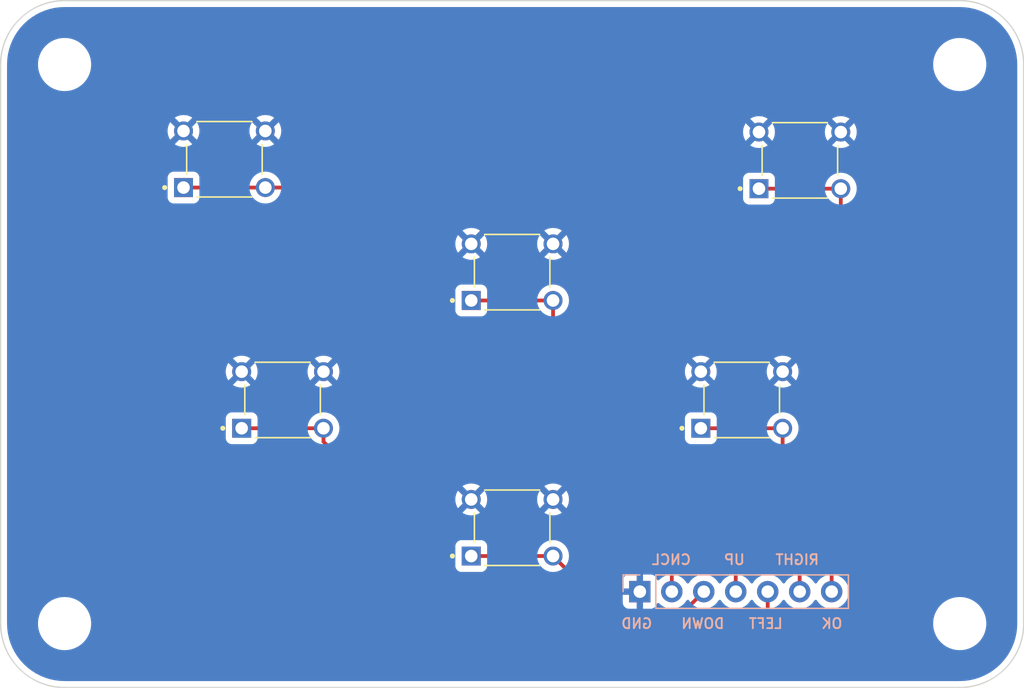
<source format=kicad_pcb>
(kicad_pcb (version 20211014) (generator pcbnew)
  (layers (0 "F.Cu" signal) (31 "B.Cu" mixed) (34 "B.Paste" user) (35 "F.Paste" user) (36 "B.SilkS" user "B.Silkscreen") (37 "F.SilkS" user "F.Silkscreen") (38 "B.Mask" user) (39 "F.Mask" user) (44 "Edge.Cuts" user))
  (net 0 "")
  (net 1 "GND")
  (net 2 "Net-(J1-Pad2)")
  (net 3 "Net-(J1-Pad3)")
  (net 4 "Net-(J1-Pad4)")
  (net 5 "Net-(J1-Pad5)")
  (net 6 "Net-(J1-Pad6)")
  (net 7 "Net-(J1-Pad7)")
  (footprint "TL1105:SW_TL1105DF160Q" (layer "F.Cu") (at 175.26 86.36)
    (fp_text reference "S3" hide)
    (fp_text value "BTN_UP" hide)
    (fp_line (start -2.1825 3) (end 2.1825 3) (layer "F.SilkS") (width 0.127))
    (fp_line (start 3 -1.1825) (end 3 1.1825) (layer "F.SilkS") (width 0.127))
    (fp_line (start -2.1825 -3) (end 2.1825 -3) (layer "F.SilkS") (width 0.127))
    (fp_line (start -3 -1.1825) (end -3 1.1825) (layer "F.SilkS") (width 0.127))
    (fp_circle (center -4.75 2.25) (end -4.65 2.25) (layer "F.SilkS") (width 0.2) (fill none))
    (pad "1" thru_hole rect (at -3.25 2.25) (size 1.508 1.508) (drill 1) (layers *.Cu *.Mask) (net 4 "Net-(J1-Pad4)"))
    (pad "2" thru_hole circle (at 3.25 2.25) (size 1.508 1.508) (drill 1) (layers *.Cu *.Mask) (net 4 "Net-(J1-Pad4)"))
    (pad "3" thru_hole circle (at -3.25 -2.25) (size 1.508 1.508) (drill 1) (layers *.Cu *.Mask) (net 1 "GND"))
    (pad "4" thru_hole circle (at 3.25 -2.25) (size 1.508 1.508) (drill 1) (layers *.Cu *.Mask) (net 1 "GND"))
  )
  (footprint "MountingHole:MountingHole_3.2mm_M3" (layer "F.Cu") (at 210.82 69.85)
    (fp_text reference "H4" hide)
    (fp_text value "MountingHole" hide)
    (pad "" np_thru_hole circle (at 0 0) (size 3.2 3.2) (drill 3.2) (layers *.Cu *.Mask))
  )
  (footprint "TL1105:SW_TL1105DF160Q" (layer "F.Cu") (at 152.4 77.3825)
    (fp_text reference "S1" hide)
    (fp_text value "BTN_CNCL" hide)
    (fp_line (start 3 -1.1825) (end 3 1.1825) (layer "F.SilkS") (width 0.127))
    (fp_line (start -3 -1.1825) (end -3 1.1825) (layer "F.SilkS") (width 0.127))
    (fp_line (start -2.1825 -3) (end 2.1825 -3) (layer "F.SilkS") (width 0.127))
    (fp_line (start -2.1825 3) (end 2.1825 3) (layer "F.SilkS") (width 0.127))
    (fp_circle (center -4.75 2.25) (end -4.65 2.25) (layer "F.SilkS") (width 0.2) (fill none))
    (pad "1" thru_hole rect (at -3.25 2.25) (size 1.508 1.508) (drill 1) (layers *.Cu *.Mask) (net 2 "Net-(J1-Pad2)"))
    (pad "2" thru_hole circle (at 3.25 2.25) (size 1.508 1.508) (drill 1) (layers *.Cu *.Mask) (net 2 "Net-(J1-Pad2)"))
    (pad "3" thru_hole circle (at -3.25 -2.25) (size 1.508 1.508) (drill 1) (layers *.Cu *.Mask) (net 1 "GND"))
    (pad "4" thru_hole circle (at 3.25 -2.25) (size 1.508 1.508) (drill 1) (layers *.Cu *.Mask) (net 1 "GND"))
  )
  (footprint "TL1105:SW_TL1105DF160Q" (layer "F.Cu") (at 198.12 77.47)
    (fp_text reference "S6" hide)
    (fp_text value "BTN_OK" hide)
    (fp_line (start 3 -1.1825) (end 3 1.1825) (layer "F.SilkS") (width 0.127))
    (fp_line (start -2.1825 -3) (end 2.1825 -3) (layer "F.SilkS") (width 0.127))
    (fp_line (start -3 -1.1825) (end -3 1.1825) (layer "F.SilkS") (width 0.127))
    (fp_line (start -2.1825 3) (end 2.1825 3) (layer "F.SilkS") (width 0.127))
    (fp_circle (center -4.75 2.25) (end -4.65 2.25) (layer "F.SilkS") (width 0.2) (fill none))
    (pad "1" thru_hole rect (at -3.25 2.25) (size 1.508 1.508) (drill 1) (layers *.Cu *.Mask) (net 7 "Net-(J1-Pad7)"))
    (pad "2" thru_hole circle (at 3.25 2.25) (size 1.508 1.508) (drill 1) (layers *.Cu *.Mask) (net 7 "Net-(J1-Pad7)"))
    (pad "3" thru_hole circle (at -3.25 -2.25) (size 1.508 1.508) (drill 1) (layers *.Cu *.Mask) (net 1 "GND"))
    (pad "4" thru_hole circle (at 3.25 -2.25) (size 1.508 1.508) (drill 1) (layers *.Cu *.Mask) (net 1 "GND"))
  )
  (footprint "TL1105:SW_TL1105DF160Q" (layer "F.Cu") (at 193.5 96.52)
    (fp_text reference "S5" hide)
    (fp_text value "BTN_RIGHT" hide)
    (fp_line (start -3 -1.1825) (end -3 1.1825) (layer "F.SilkS") (width 0.127))
    (fp_line (start -2.1825 -3) (end 2.1825 -3) (layer "F.SilkS") (width 0.127))
    (fp_line (start -2.1825 3) (end 2.1825 3) (layer "F.SilkS") (width 0.127))
    (fp_line (start 3 -1.1825) (end 3 1.1825) (layer "F.SilkS") (width 0.127))
    (fp_circle (center -4.75 2.25) (end -4.65 2.25) (layer "F.SilkS") (width 0.2) (fill none))
    (pad "1" thru_hole rect (at -3.25 2.25) (size 1.508 1.508) (drill 1) (layers *.Cu *.Mask) (net 6 "Net-(J1-Pad6)"))
    (pad "2" thru_hole circle (at 3.25 2.25) (size 1.508 1.508) (drill 1) (layers *.Cu *.Mask) (net 6 "Net-(J1-Pad6)"))
    (pad "3" thru_hole circle (at -3.25 -2.25) (size 1.508 1.508) (drill 1) (layers *.Cu *.Mask) (net 1 "GND"))
    (pad "4" thru_hole circle (at 3.25 -2.25) (size 1.508 1.508) (drill 1) (layers *.Cu *.Mask) (net 1 "GND"))
  )
  (footprint "TL1105:SW_TL1105DF160Q" (layer "F.Cu") (at 175.26 106.68)
    (fp_text reference "S2" hide)
    (fp_text value "BTN_DOWN" hide)
    (fp_line (start -2.1825 -3) (end 2.1825 -3) (layer "F.SilkS") (width 0.127))
    (fp_line (start 3 -1.1825) (end 3 1.1825) (layer "F.SilkS") (width 0.127))
    (fp_line (start -3 -1.1825) (end -3 1.1825) (layer "F.SilkS") (width 0.127))
    (fp_line (start -2.1825 3) (end 2.1825 3) (layer "F.SilkS") (width 0.127))
    (fp_circle (center -4.75 2.25) (end -4.65 2.25) (layer "F.SilkS") (width 0.2) (fill none))
    (pad "1" thru_hole rect (at -3.25 2.25) (size 1.508 1.508) (drill 1) (layers *.Cu *.Mask) (net 3 "Net-(J1-Pad3)"))
    (pad "2" thru_hole circle (at 3.25 2.25) (size 1.508 1.508) (drill 1) (layers *.Cu *.Mask) (net 3 "Net-(J1-Pad3)"))
    (pad "3" thru_hole circle (at -3.25 -2.25) (size 1.508 1.508) (drill 1) (layers *.Cu *.Mask) (net 1 "GND"))
    (pad "4" thru_hole circle (at 3.25 -2.25) (size 1.508 1.508) (drill 1) (layers *.Cu *.Mask) (net 1 "GND"))
  )
  (footprint "MountingHole:MountingHole_3.2mm_M3" (layer "F.Cu") (at 139.7 114.3)
    (fp_text reference "H3" hide)
    (fp_text value "MountingHole" hide)
    (pad "" np_thru_hole circle (at 0 0) (size 3.2 3.2) (drill 3.2) (layers *.Cu *.Mask))
  )
  (footprint "TL1105:SW_TL1105DF160Q" (layer "F.Cu") (at 157.02 96.52)
    (fp_text reference "S4" hide)
    (fp_text value "BTN_LEFT" hide)
    (fp_line (start 3 -1.1825) (end 3 1.1825) (layer "F.SilkS") (width 0.127))
    (fp_line (start -3 -1.1825) (end -3 1.1825) (layer "F.SilkS") (width 0.127))
    (fp_line (start -2.1825 3) (end 2.1825 3) (layer "F.SilkS") (width 0.127))
    (fp_line (start -2.1825 -3) (end 2.1825 -3) (layer "F.SilkS") (width 0.127))
    (fp_circle (center -4.75 2.25) (end -4.65 2.25) (layer "F.SilkS") (width 0.2) (fill none))
    (pad "1" thru_hole rect (at -3.25 2.25) (size 1.508 1.508) (drill 1) (layers *.Cu *.Mask) (net 5 "Net-(J1-Pad5)"))
    (pad "2" thru_hole circle (at 3.25 2.25) (size 1.508 1.508) (drill 1) (layers *.Cu *.Mask) (net 5 "Net-(J1-Pad5)"))
    (pad "3" thru_hole circle (at -3.25 -2.25) (size 1.508 1.508) (drill 1) (layers *.Cu *.Mask) (net 1 "GND"))
    (pad "4" thru_hole circle (at 3.25 -2.25) (size 1.508 1.508) (drill 1) (layers *.Cu *.Mask) (net 1 "GND"))
  )
  (footprint "MountingHole:MountingHole_3.2mm_M3" (layer "F.Cu") (at 139.7 69.85)
    (fp_text reference "H1" hide)
    (fp_text value "MountingHole" hide)
    (pad "" np_thru_hole circle (at 0 0) (size 3.2 3.2) (drill 3.2) (layers *.Cu *.Mask))
  )
  (footprint "MountingHole:MountingHole_3.2mm_M3" (layer "F.Cu") (at 210.82 114.3)
    (fp_text reference "H2" hide)
    (fp_text value "MountingHole" hide)
    (pad "" np_thru_hole circle (at 0 0) (size 3.2 3.2) (drill 3.2) (layers *.Cu *.Mask))
  )
  (footprint "Connector_PinHeader_2.54mm:PinHeader_1x07_P2.54mm_Vertical" (layer "B.Cu") (at 185.405 111.76 -90)
    (fp_text reference "J1" hide)
    (fp_text value "Conn_01x07_Male" hide)
    (fp_line (start -1.33 0) (end -1.33 1.33) (layer "B.SilkS") (width 0.12))
    (fp_line (start -1.33 -16.57) (end 1.33 -16.57) (layer "B.SilkS") (width 0.12))
    (fp_line (start -1.33 1.33) (end 0 1.33) (layer "B.SilkS") (width 0.12))
    (fp_line (start -1.33 -1.27) (end -1.33 -16.57) (layer "B.SilkS") (width 0.12))
    (fp_line (start -1.33 -1.27) (end 1.33 -1.27) (layer "B.SilkS") (width 0.12))
    (fp_line (start 1.33 -1.27) (end 1.33 -16.57) (layer "B.SilkS") (width 0.12))
    (pad "1" thru_hole rect (at 0 0 270) (size 1.7 1.7) (drill 1) (layers *.Cu *.Mask) (net 1 "GND"))
    (pad "2" thru_hole oval (at 0 -2.54 270) (size 1.7 1.7) (drill 1) (layers *.Cu *.Mask) (net 2 "Net-(J1-Pad2)"))
    (pad "3" thru_hole oval (at 0 -5.08 270) (size 1.7 1.7) (drill 1) (layers *.Cu *.Mask) (net 3 "Net-(J1-Pad3)"))
    (pad "4" thru_hole oval (at 0 -7.62 270) (size 1.7 1.7) (drill 1) (layers *.Cu *.Mask) (net 4 "Net-(J1-Pad4)"))
    (pad "5" thru_hole oval (at 0 -10.16 270) (size 1.7 1.7) (drill 1) (layers *.Cu *.Mask) (net 5 "Net-(J1-Pad5)"))
    (pad "6" thru_hole oval (at 0 -12.7 270) (size 1.7 1.7) (drill 1) (layers *.Cu *.Mask) (net 6 "Net-(J1-Pad6)"))
    (pad "7" thru_hole oval (at 0 -15.24 270) (size 1.7 1.7) (drill 1) (layers *.Cu *.Mask) (net 7 "Net-(J1-Pad7)"))
  )
  (gr_arc (start 215.9 114.3) (mid 214.412102 117.892102) (end 210.82 119.38) (layer "Edge.Cuts") (width 0.1))
  (gr_line (start 134.62 69.85) (end 134.62 114.3) (layer "Edge.Cuts") (width 0.1))
  (gr_arc (start 134.62 69.85) (mid 136.107898 66.257898) (end 139.7 64.77) (layer "Edge.Cuts") (width 0.1))
  (gr_line (start 139.7 64.77) (end 210.82 64.77) (layer "Edge.Cuts") (width 0.1))
  (gr_line (start 139.7 119.38) (end 210.82 119.38) (layer "Edge.Cuts") (width 0.1))
  (gr_arc (start 139.7 119.38) (mid 136.107898 117.892102) (end 134.62 114.3) (layer "Edge.Cuts") (width 0.1))
  (gr_arc (start 210.82 64.77) (mid 214.412102 66.257898) (end 215.9 69.85) (layer "Edge.Cuts") (width 0.1))
  (gr_line (start 215.9 114.3) (end 215.9 69.85) (layer "Edge.Cuts") (width 0.1))
  (gr_text "UP\n" (at 192.91 109.22) (layer "B.SilkS") (effects (font (size 0.8 0.8)) (justify mirror)))
  (gr_text "CNCL" (at 187.91 109.22) (layer "B.SilkS") (effects (font (size 0.8 0.8)) (justify mirror)))
  (gr_text "DOWN" (at 190.41 114.3) (layer "B.SilkS") (effects (font (size 0.8 0.8)) (justify mirror)))
  (gr_text "RIGHT\n" (at 197.91 109.22) (layer "B.SilkS") (effects (font (size 0.8 0.8)) (justify mirror)))
  (gr_text "LEFT" (at 195.41 114.3) (layer "B.SilkS") (effects (font (size 0.8 0.8)) (justify mirror)))
  (gr_text "GND\n" (at 185.16 114.3) (layer "B.SilkS") (effects (font (size 0.8 0.8)) (justify mirror)))
  (gr_text "OK" (at 200.66 114.3) (layer "B.SilkS") (effects (font (size 0.8 0.8)) (justify mirror)))
  (segment (start 149.15 79.6325) (end 155.65 79.6325) (width 0.3) (layer "F.Cu") (net 2))
  (segment (start 158.1185 79.6325) (end 187.945 109.459) (width 0.3) (layer "F.Cu") (net 2))
  (segment (start 155.65 79.6325) (end 158.1185 79.6325) (width 0.3) (layer "F.Cu") (net 2))
  (segment (start 187.945 109.459) (end 187.945 111.76) (width 0.3) (layer "F.Cu") (net 2))
  (segment (start 188.199 114.046) (end 183.626 114.046) (width 0.3) (layer "F.Cu") (net 3))
  (segment (start 190.485 111.76) (end 188.199 114.046) (width 0.3) (layer "F.Cu") (net 3))
  (segment (start 183.626 114.046) (end 178.51 108.93) (width 0.3) (layer "F.Cu") (net 3))
  (segment (start 172.01 108.93) (end 178.51 108.93) (width 0.3) (layer "F.Cu") (net 3))
  (segment (start 172.01 88.61) (end 178.51 88.61) (width 0.3) (layer "F.Cu") (net 4))
  (segment (start 178.51 94.182) (end 178.51 88.61) (width 0.3) (layer "F.Cu") (net 4))
  (segment (start 193.025 111.76) (end 193.025 108.697) (width 0.3) (layer "F.Cu") (net 4))
  (segment (start 193.025 108.697) (end 178.51 94.182) (width 0.3) (layer "F.Cu") (net 4))
  (segment (start 168.402 110.998) (end 172.466 115.062) (width 0.3) (layer "F.Cu") (net 5))
  (segment (start 168.402 107.968317) (end 168.402 110.998) (width 0.3) (layer "F.Cu") (net 5))
  (segment (start 194.818 115.062) (end 195.565 114.315) (width 0.3) (layer "F.Cu") (net 5))
  (segment (start 160.27 98.77) (end 160.27 99.836317) (width 0.3) (layer "F.Cu") (net 5))
  (segment (start 195.565 114.315) (end 195.565 111.76) (width 0.3) (layer "F.Cu") (net 5))
  (segment (start 153.77 98.77) (end 160.27 98.77) (width 0.3) (layer "F.Cu") (net 5))
  (segment (start 172.466 115.062) (end 194.818 115.062) (width 0.3) (layer "F.Cu") (net 5))
  (segment (start 160.27 99.836317) (end 168.402 107.968317) (width 0.3) (layer "F.Cu") (net 5))
  (segment (start 190.25 98.77) (end 196.75 98.77) (width 0.3) (layer "F.Cu") (net 6))
  (segment (start 198.105 111.76) (end 198.105 104.887) (width 0.3) (layer "F.Cu") (net 6))
  (segment (start 198.105 104.887) (end 196.75 103.532) (width 0.3) (layer "F.Cu") (net 6))
  (segment (start 196.75 103.532) (end 196.75 98.77) (width 0.3) (layer "F.Cu") (net 6))
  (segment (start 201.422 82.55) (end 201.37 82.498) (width 0.3) (layer "F.Cu") (net 7))
  (segment (start 200.645 83.327) (end 201.422 82.55) (width 0.3) (layer "F.Cu") (net 7))
  (segment (start 194.87 79.72) (end 201.37 79.72) (width 0.3) (layer "F.Cu") (net 7))
  (segment (start 201.37 82.498) (end 201.37 79.72) (width 0.3) (layer "F.Cu") (net 7))
  (segment (start 200.645 111.76) (end 200.645 83.327) (width 0.3) (layer "F.Cu") (net 7))
  (zone (net 1) (net_name "GND") (layer "B.Cu") (connect_pads (clearance 0.508)) (min_thickness 0.254) (fill yes (thermal_gap 0.508) (thermal_bridge_width 0.508))
    (polygon (pts (xy 215.9 119.38) (xy 134.62 119.38) (xy 134.62 64.77) (xy 215.9 64.77)))
  )
)
</source>
